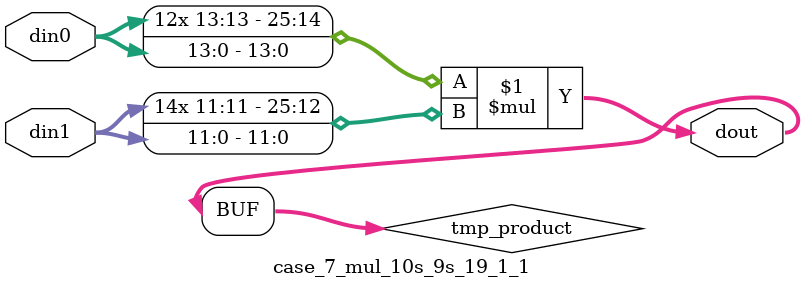
<source format=v>

`timescale 1 ns / 1 ps

 (* use_dsp = "no" *)  module case_7_mul_10s_9s_19_1_1(din0, din1, dout);
parameter ID = 1;
parameter NUM_STAGE = 0;
parameter din0_WIDTH = 14;
parameter din1_WIDTH = 12;
parameter dout_WIDTH = 26;

input [din0_WIDTH - 1 : 0] din0; 
input [din1_WIDTH - 1 : 0] din1; 
output [dout_WIDTH - 1 : 0] dout;

wire signed [dout_WIDTH - 1 : 0] tmp_product;



























assign tmp_product = $signed(din0) * $signed(din1);








assign dout = tmp_product;





















endmodule

</source>
